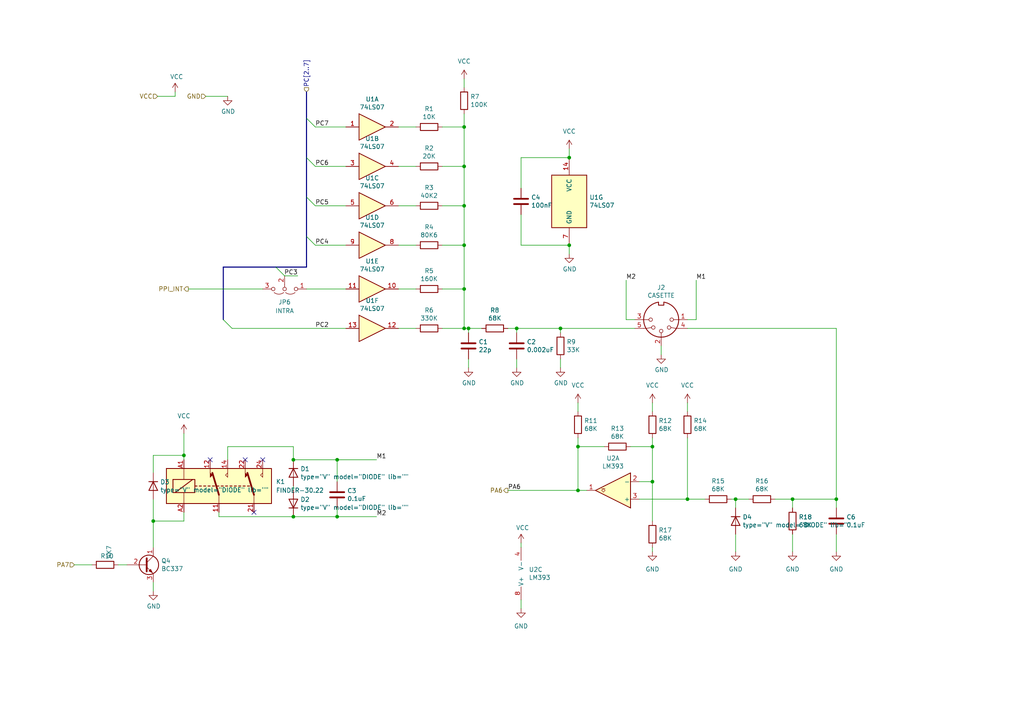
<source format=kicad_sch>
(kicad_sch (version 20211123) (generator eeschema)
  (paper "A4")
  (lib_symbols
    (symbol "74xx:74LS07" (pin_names (offset 1.016))
      (property "Reference" "U" (at 0 1.27 0))
      (property "Value" "74LS07" (at 0 -1.27 0))
      (symbol "74LS07_1_0"
        (polyline (pts (xy -3.81 3.81) (xy -3.81 -3.81) (xy 3.81 0) (xy -3.81 3.81)) (stroke (width 0.254)) (fill (type background)))
        (pin input line (at -7.62 0 0) (length 3.81) (name "~") (number "1"))
        (pin open_collector line (at 7.62 0 180) (length 3.81) (name "~") (number "2"))
      )
      (symbol "74LS07_2_0"
        (polyline (pts (xy -3.81 3.81) (xy -3.81 -3.81) (xy 3.81 0) (xy -3.81 3.81)) (stroke (width 0.254)) (fill (type background)))
        (pin input line (at -7.62 0 0) (length 3.81) (name "~") (number "3"))
        (pin open_collector line (at 7.62 0 180) (length 3.81) (name "~") (number "4"))
      )
      (symbol "74LS07_3_0"
        (polyline (pts (xy -3.81 3.81) (xy -3.81 -3.81) (xy 3.81 0) (xy -3.81 3.81)) (stroke (width 0.254)) (fill (type background)))
        (pin input line (at -7.62 0 0) (length 3.81) (name "~") (number "5"))
        (pin open_collector line (at 7.62 0 180) (length 3.81) (name "~") (number "6"))
      )
      (symbol "74LS07_4_0"
        (polyline (pts (xy -3.81 3.81) (xy -3.81 -3.81) (xy 3.81 0) (xy -3.81 3.81)) (stroke (width 0.254)) (fill (type background)))
        (pin open_collector line (at 7.62 0 180) (length 3.81) (name "~") (number "8"))
        (pin input line (at -7.62 0 0) (length 3.81) (name "~") (number "9"))
      )
      (symbol "74LS07_5_0"
        (polyline (pts (xy -3.81 3.81) (xy -3.81 -3.81) (xy 3.81 0) (xy -3.81 3.81)) (stroke (width 0.254)) (fill (type background)))
        (pin open_collector line (at 7.62 0 180) (length 3.81) (name "~") (number "10"))
        (pin input line (at -7.62 0 0) (length 3.81) (name "~") (number "11"))
      )
      (symbol "74LS07_6_0"
        (polyline (pts (xy -3.81 3.81) (xy -3.81 -3.81) (xy 3.81 0) (xy -3.81 3.81)) (stroke (width 0.254)) (fill (type background)))
        (pin open_collector line (at 7.62 0 180) (length 3.81) (name "~") (number "12"))
        (pin input line (at -7.62 0 0) (length 3.81) (name "~") (number "13"))
      )
      (symbol "74LS07_7_0"
        (pin power_in line (at 0 12.7 270) (length 5.08) (name "VCC") (number "14"))
        (pin power_in line (at 0 -12.7 90) (length 5.08) (name "GND") (number "7"))
      )
      (symbol "74LS07_7_1"
        (rectangle (start -5.08 7.62) (end 5.08 -7.62) (stroke (width 0.254)) (fill (type background)))
      )
    )
    (symbol "Comparator:LM393" (pin_names (offset 0.127))
      (property "Reference" "U" (at 3.81 3.81 0))
      (property "Value" "LM393" (at 6.35 -3.81 0))
      (symbol "LM393_1_1"
        (polyline (pts (xy -5.08 5.08) (xy 5.08 0) (xy -5.08 -5.08) (xy -5.08 5.08)) (stroke (width 0.254)) (fill (type background)))
        (polyline (pts (xy 3.302 -0.508) (xy 2.794 -0.508) (xy 3.302 0) (xy 2.794 0.508) (xy 2.286 0) (xy 2.794 -0.508) (xy 2.286 -0.508)) (stroke (width 0.127)))
        (pin open_collector line (at 7.62 0 180) (length 2.54) (name "~") (number "1"))
        (pin input line (at -7.62 -2.54 0) (length 2.54) (name "-") (number "2"))
        (pin input line (at -7.62 2.54 0) (length 2.54) (name "+") (number "3"))
      )
      (symbol "LM393_2_1"
        (polyline (pts (xy -5.08 5.08) (xy 5.08 0) (xy -5.08 -5.08) (xy -5.08 5.08)) (stroke (width 0.254)) (fill (type background)))
        (polyline (pts (xy 3.302 -0.508) (xy 2.794 -0.508) (xy 3.302 0) (xy 2.794 0.508) (xy 2.286 0) (xy 2.794 -0.508) (xy 2.286 -0.508)) (stroke (width 0.127)))
        (pin input line (at -7.62 2.54 0) (length 2.54) (name "+") (number "5"))
        (pin input line (at -7.62 -2.54 0) (length 2.54) (name "_") (number "6"))
        (pin open_collector line (at 7.62 0 180) (length 2.54) (name "~") (number "7"))
      )
      (symbol "LM393_3_1"
        (pin power_in line (at -2.54 -7.62 90) (length 3.81) (name "V-") (number "4"))
        (pin power_in line (at -2.54 7.62 270) (length 3.81) (name "V+") (number "8"))
      )
    )
    (symbol "Connector:DIN-5_180degree" (pin_names (offset 1.016))
      (property "Reference" "J" (at 3.175 5.715 0))
      (property "Value" "DIN-5_180degree" (at 0 -6.35 0))
      (symbol "DIN-5_180degree_0_1"
        (arc (start -5.08 0) (mid -3.8609 -3.3364) (end -0.762 -5.08) (stroke (width 0.254)))
        (circle (center -3.048 0) (radius 0.508))
        (circle (center -2.286 2.286) (radius 0.508))
        (polyline (pts (xy -5.08 0) (xy -3.556 0)))
        (polyline (pts (xy 0 5.08) (xy 0 3.81)))
        (polyline (pts (xy 5.08 0) (xy 3.556 0)))
        (polyline (pts (xy -5.08 2.54) (xy -4.318 2.54) (xy -2.794 2.286)))
        (polyline (pts (xy 5.08 2.54) (xy 4.318 2.54) (xy 2.794 2.286)))
        (polyline (pts (xy -0.762 -4.953) (xy -0.762 -4.191) (xy 0.762 -4.191) (xy 0.762 -4.953)) (stroke (width 0.254)))
        (circle (center 0 3.302) (radius 0.508))
        (arc (start 0.762 -5.08) (mid 3.8685 -3.343) (end 5.08 0) (stroke (width 0.254)))
        (circle (center 2.286 2.286) (radius 0.508))
        (circle (center 3.048 0) (radius 0.508))
        (arc (start 5.08 0) (mid 0 5.08) (end -5.08 0) (stroke (width 0.254)))
      )
      (symbol "DIN-5_180degree_1_1"
        (pin passive line (at -7.62 0 0) (length 2.54) (name "~") (number "1"))
        (pin passive line (at 0 7.62 270) (length 2.54) (name "~") (number "2"))
        (pin passive line (at 7.62 0 180) (length 2.54) (name "~") (number "3"))
        (pin passive line (at -7.62 2.54 0) (length 2.54) (name "~") (number "4"))
        (pin passive line (at 7.62 2.54 180) (length 2.54) (name "~") (number "5"))
      )
    )
    (symbol "Device:C" (pin_numbers hide) (pin_names (offset 0.254))
      (property "Reference" "C" (at 0.635 2.54 0))
      (property "Value" "C" (at 0.635 -2.54 0))
      (symbol "C_0_1"
        (polyline (pts (xy -2.032 -0.762) (xy 2.032 -0.762)) (stroke (width 0.508)))
        (polyline (pts (xy -2.032 0.762) (xy 2.032 0.762)) (stroke (width 0.508)))
      )
      (symbol "C_1_1"
        (pin passive line (at 0 3.81 270) (length 2.794) (name "~") (number "1"))
        (pin passive line (at 0 -3.81 90) (length 2.794) (name "~") (number "2"))
      )
    )
    (symbol "Device:R" (pin_numbers hide) (pin_names (offset 0))
      (property "Reference" "R" (at 2.032 0 90))
      (property "Value" "R" (at 0 0 90))
      (symbol "R_0_1"
        (rectangle (start -1.016 -2.54) (end 1.016 2.54) (stroke (width 0.254)))
      )
      (symbol "R_1_1"
        (pin passive line (at 0 3.81 270) (length 1.27) (name "~") (number "1"))
        (pin passive line (at 0 -3.81 90) (length 1.27) (name "~") (number "2"))
      )
    )
    (symbol "Jumper:Jumper_3_Open" (pin_names (offset 0) hide)
      (property "Reference" "JP" (at -2.54 -2.54 0))
      (property "Value" "Jumper_3_Open" (at 0 2.794 0))
      (symbol "Jumper_3_Open_0_0"
        (circle (center -3.302 0) (radius 0.508))
        (circle (center 0 0) (radius 0.508))
        (circle (center 3.302 0) (radius 0.508))
      )
      (symbol "Jumper_3_Open_0_1"
        (arc (start -0.254 1.016) (mid -1.651 1.4992) (end -3.048 1.016))
        (polyline (pts (xy 0 -0.508) (xy 0 -1.27)))
        (arc (start 3.048 1.016) (mid 1.651 1.4992) (end 0.254 1.016))
      )
      (symbol "Jumper_3_Open_1_1"
        (pin passive line (at -6.35 0 0) (length 2.54) (name "A") (number "1"))
        (pin passive line (at 0 -3.81 90) (length 2.54) (name "C") (number "2"))
        (pin passive line (at 6.35 0 180) (length 2.54) (name "B") (number "3"))
      )
    )
    (symbol "Relay:FINDER-30.22"
      (property "Reference" "K" (at 16.51 3.81 0))
      (property "Value" "FINDER-30.22" (at 16.51 1.27 0))
      (symbol "FINDER-30.22_0_0"
        (polyline (pts (xy -2.54 5.08) (xy -2.54 2.54) (xy -1.905 3.175) (xy -2.54 3.81)) (fill (type outline)))
        (polyline (pts (xy 2.54 5.08) (xy 2.54 2.54) (xy 1.905 3.175) (xy 2.54 3.81)))
        (polyline (pts (xy 7.62 5.08) (xy 7.62 2.54) (xy 8.255 3.175) (xy 7.62 3.81)) (fill (type outline)))
        (polyline (pts (xy 12.7 5.08) (xy 12.7 2.54) (xy 12.065 3.175) (xy 12.7 3.81)))
      )
      (symbol "FINDER-30.22_0_1"
        (rectangle (start -15.24 5.08) (end 15.24 -5.08) (stroke (width 0.254)) (fill (type background)))
        (rectangle (start -13.335 1.905) (end -6.985 -1.905) (stroke (width 0.254)))
        (polyline (pts (xy -12.7 -1.905) (xy -7.62 1.905)) (stroke (width 0.254)))
        (polyline (pts (xy -10.16 -5.08) (xy -10.16 -1.905)))
        (polyline (pts (xy -10.16 5.08) (xy -10.16 1.905)))
        (polyline (pts (xy -6.985 0) (xy -6.35 0)) (stroke (width 0.254)))
        (polyline (pts (xy -5.715 0) (xy -5.08 0)) (stroke (width 0.254)))
        (polyline (pts (xy -4.445 0) (xy -3.81 0)) (stroke (width 0.254)))
        (polyline (pts (xy -3.175 0) (xy -2.54 0)) (stroke (width 0.254)))
        (polyline (pts (xy -1.905 0) (xy -1.27 0)) (stroke (width 0.254)))
        (polyline (pts (xy -0.635 0) (xy 0 0)) (stroke (width 0.254)))
        (polyline (pts (xy 0 -2.54) (xy -1.905 3.81)) (stroke (width 0.508)))
        (polyline (pts (xy 0 -2.54) (xy 0 -5.08)))
        (polyline (pts (xy 0.635 0) (xy 1.27 0)) (stroke (width 0.254)))
        (polyline (pts (xy 1.905 0) (xy 2.54 0)) (stroke (width 0.254)))
        (polyline (pts (xy 3.175 0) (xy 3.81 0)) (stroke (width 0.254)))
        (polyline (pts (xy 4.445 0) (xy 5.08 0)) (stroke (width 0.254)))
        (polyline (pts (xy 5.715 0) (xy 6.35 0)) (stroke (width 0.254)))
        (polyline (pts (xy 6.985 0) (xy 7.62 0)) (stroke (width 0.254)))
        (polyline (pts (xy 8.255 0) (xy 8.89 0)) (stroke (width 0.254)))
        (polyline (pts (xy 10.16 -2.54) (xy 8.255 3.81)) (stroke (width 0.508)))
        (polyline (pts (xy 10.16 -2.54) (xy 10.16 -5.08)))
      )
      (symbol "FINDER-30.22_1_1"
        (pin passive line (at 0 -7.62 90) (length 2.54) (name "~") (number "11"))
        (pin passive line (at -2.54 7.62 270) (length 2.54) (name "~") (number "12"))
        (pin passive line (at 2.54 7.62 270) (length 2.54) (name "~") (number "14"))
        (pin passive line (at 10.16 -7.62 90) (length 2.54) (name "~") (number "21"))
        (pin passive line (at 7.62 7.62 270) (length 2.54) (name "~") (number "22"))
        (pin passive line (at 12.7 7.62 270) (length 2.54) (name "~") (number "24"))
        (pin passive line (at -10.16 7.62 270) (length 2.54) (name "~") (number "A1"))
        (pin passive line (at -10.16 -7.62 90) (length 2.54) (name "~") (number "A2"))
      )
    )
    (symbol "Simulation_SPICE:DIODE" (pin_numbers hide) (pin_names (offset 1.016) hide)
      (property "Reference" "D" (at 0 2.54 0))
      (property "Value" "DIODE" (at 0 -2.54 0))
      (symbol "DIODE_0_1"
        (polyline (pts (xy 1.27 0) (xy -1.27 0)))
        (polyline (pts (xy 1.27 1.27) (xy 1.27 -1.27)) (stroke (width 0.254)))
        (polyline (pts (xy -1.27 -1.27) (xy -1.27 1.27) (xy 1.27 0) (xy -1.27 -1.27)) (stroke (width 0.254)))
      )
      (symbol "DIODE_1_1"
        (pin passive line (at -3.81 0 0) (length 2.54) (name "A") (number "1"))
        (pin passive line (at 3.81 0 180) (length 2.54) (name "K") (number "2"))
      )
    )
    (symbol "Transistor_BJT:BC337" (pin_names (offset 0) hide)
      (property "Reference" "Q" (at 5.08 1.905 0))
      (property "Value" "BC337" (at 5.08 0 0))
      (symbol "BC337_0_1"
        (polyline (pts (xy 0 0) (xy 0.635 0)))
        (polyline (pts (xy 0.635 0.635) (xy 2.54 2.54)))
        (polyline (pts (xy 0.635 -0.635) (xy 2.54 -2.54) (xy 2.54 -2.54)))
        (polyline (pts (xy 0.635 1.905) (xy 0.635 -1.905) (xy 0.635 -1.905)) (stroke (width 0.508)))
        (polyline (pts (xy 1.27 -1.778) (xy 1.778 -1.27) (xy 2.286 -2.286) (xy 1.27 -1.778) (xy 1.27 -1.778)) (fill (type outline)))
        (circle (center 1.27 0) (radius 2.8194) (stroke (width 0.254)))
      )
      (symbol "BC337_1_1"
        (pin passive line (at 2.54 5.08 270) (length 2.54) (name "C") (number "1"))
        (pin input line (at -5.08 0 0) (length 5.08) (name "B") (number "2"))
        (pin passive line (at 2.54 -5.08 90) (length 2.54) (name "E") (number "3"))
      )
    )
    (symbol "power:GND" (power) (pin_names (offset 0))
      (property "Value" "GND" (at 0 -3.81 0))
      (symbol "GND_0_1"
        (polyline (pts (xy 0 0) (xy 0 -1.27) (xy 1.27 -1.27) (xy 0 -2.54) (xy -1.27 -1.27) (xy 0 -1.27)))
      )
      (symbol "GND_1_1"
        (pin power_in line (at 0 0 270) (length 0) hide (name "GND") (number "1"))
      )
    )
    (symbol "power:VCC" (power) (pin_names (offset 0))
      (property "Value" "VCC" (at 0 3.81 0))
      (symbol "VCC_0_1"
        (polyline (pts (xy -0.762 1.27) (xy 0 2.54)))
        (polyline (pts (xy 0 0) (xy 0 2.54)))
        (polyline (pts (xy 0 2.54) (xy 0.762 1.27)))
      )
      (symbol "VCC_1_1"
        (pin power_in line (at 0 0 90) (length 0) hide (name "VCC") (number "1"))
      )
    )
  )
  (junction (at 165.1 45.72))
  (junction (at 167.64 142.24))
  (junction (at 134.62 59.69))
  (junction (at 135.89 95.25))
  (junction (at 189.23 129.54))
  (junction (at 134.62 83.82))
  (junction (at 189.23 139.7))
  (junction (at 165.1 71.12))
  (junction (at 162.56 95.25))
  (junction (at 85.09 149.86))
  (junction (at 242.57 144.78))
  (junction (at 44.45 151.13))
  (junction (at 149.86 95.25))
  (junction (at 134.62 48.26))
  (junction (at 134.62 36.83))
  (junction (at 97.79 133.35))
  (junction (at 229.87 144.78))
  (junction (at 85.09 133.35))
  (junction (at 167.64 129.54))
  (junction (at 53.34 132.08))
  (junction (at 199.39 144.78))
  (junction (at 213.36 144.78))
  (junction (at 97.79 149.86))
  (junction (at 134.62 95.25))
  (junction (at 134.62 71.12))
  (no_connect (at 60.96 133.35))
  (no_connect (at 73.66 148.59))
  (no_connect (at 71.12 133.35))
  (no_connect (at 76.2 133.35))
  (bus_entry (at 88.9 68.58) (size 2.54 2.54))
  (bus_entry (at 64.77 92.71) (size 2.54 2.54))
  (bus_entry (at 91.44 36.83) (size -2.54 -2.54))
  (bus_entry (at 91.44 59.69) (size -2.54 -2.54))
  (bus_entry (at 91.44 48.26) (size -2.54 -2.54))
  (bus_entry (at 80.01 77.47) (size 2.54 2.54))
  (wire (pts (xy 151.13 45.72) (xy 165.1 45.72)))
  (wire (pts (xy 66.04 133.35) (xy 66.04 129.54)))
  (wire (pts (xy 63.5 149.86) (xy 85.09 149.86)))
  (wire (pts (xy 44.45 132.08) (xy 53.34 132.08)))
  (wire (pts (xy 213.36 154.94) (xy 213.36 160.02)))
  (wire (pts (xy 44.45 144.78) (xy 44.45 151.13)))
  (wire (pts (xy 149.86 96.52) (xy 149.86 95.25)))
  (wire (pts (xy 229.87 144.78) (xy 242.57 144.78)))
  (wire (pts (xy 165.1 45.72) (xy 165.1 43.18)))
  (wire (pts (xy 135.89 95.25) (xy 135.89 96.52)))
  (wire (pts (xy 162.56 95.25) (xy 184.15 95.25)))
  (wire (pts (xy 21.59 163.83) (xy 26.67 163.83)))
  (wire (pts (xy 120.65 36.83) (xy 115.57 36.83)))
  (wire (pts (xy 134.62 95.25) (xy 135.89 95.25)))
  (wire (pts (xy 185.42 139.7) (xy 189.23 139.7)))
  (wire (pts (xy 162.56 96.52) (xy 162.56 95.25)))
  (wire (pts (xy 213.36 147.32) (xy 213.36 144.78)))
  (bus (pts (xy 88.9 68.58) (xy 88.9 57.15)))
  (wire (pts (xy 185.42 144.78) (xy 199.39 144.78)))
  (wire (pts (xy 191.77 102.87) (xy 191.77 100.33)))
  (wire (pts (xy 54.61 83.82) (xy 76.2 83.82)))
  (wire (pts (xy 134.62 59.69) (xy 134.62 71.12)))
  (wire (pts (xy 134.62 48.26) (xy 134.62 59.69)))
  (bus (pts (xy 88.9 68.58) (xy 88.9 77.47)))
  (wire (pts (xy 85.09 140.97) (xy 85.09 142.24)))
  (bus (pts (xy 88.9 26.67) (xy 88.9 34.29)))
  (wire (pts (xy 151.13 54.61) (xy 151.13 45.72)))
  (wire (pts (xy 128.27 59.69) (xy 134.62 59.69)))
  (wire (pts (xy 151.13 71.12) (xy 165.1 71.12)))
  (wire (pts (xy 97.79 149.86) (xy 109.22 149.86)))
  (wire (pts (xy 229.87 147.32) (xy 229.87 144.78)))
  (wire (pts (xy 134.62 22.86) (xy 134.62 25.4)))
  (wire (pts (xy 66.04 129.54) (xy 85.09 129.54)))
  (wire (pts (xy 100.33 71.12) (xy 91.44 71.12)))
  (wire (pts (xy 162.56 106.68) (xy 162.56 104.14)))
  (wire (pts (xy 165.1 73.66) (xy 165.1 71.12)))
  (wire (pts (xy 100.33 36.83) (xy 91.44 36.83)))
  (wire (pts (xy 85.09 129.54) (xy 85.09 133.35)))
  (wire (pts (xy 128.27 36.83) (xy 134.62 36.83)))
  (wire (pts (xy 97.79 133.35) (xy 97.79 139.7)))
  (wire (pts (xy 149.86 95.25) (xy 162.56 95.25)))
  (wire (pts (xy 53.34 133.35) (xy 53.34 132.08)))
  (wire (pts (xy 189.23 160.02) (xy 189.23 158.75)))
  (bus (pts (xy 88.9 45.72) (xy 88.9 57.15)))
  (wire (pts (xy 242.57 144.78) (xy 242.57 147.32)))
  (wire (pts (xy 115.57 48.26) (xy 120.65 48.26)))
  (wire (pts (xy 151.13 176.53) (xy 151.13 173.99)))
  (wire (pts (xy 181.61 92.71) (xy 181.61 81.28)))
  (wire (pts (xy 135.89 106.68) (xy 135.89 104.14)))
  (wire (pts (xy 189.23 119.38) (xy 189.23 116.84)))
  (wire (pts (xy 199.39 95.25) (xy 242.57 95.25)))
  (wire (pts (xy 224.79 144.78) (xy 229.87 144.78)))
  (wire (pts (xy 199.39 127) (xy 199.39 144.78)))
  (wire (pts (xy 134.62 36.83) (xy 134.62 48.26)))
  (wire (pts (xy 128.27 48.26) (xy 134.62 48.26)))
  (wire (pts (xy 151.13 158.75) (xy 151.13 157.48)))
  (wire (pts (xy 34.29 163.83) (xy 36.83 163.83)))
  (wire (pts (xy 97.79 133.35) (xy 109.22 133.35)))
  (wire (pts (xy 44.45 158.75) (xy 44.45 151.13)))
  (bus (pts (xy 88.9 77.47) (xy 80.01 77.47)))
  (wire (pts (xy 170.18 142.24) (xy 167.64 142.24)))
  (wire (pts (xy 201.93 92.71) (xy 201.93 81.28)))
  (wire (pts (xy 147.32 95.25) (xy 149.86 95.25)))
  (wire (pts (xy 134.62 71.12) (xy 134.62 83.82)))
  (wire (pts (xy 63.5 148.59) (xy 63.5 149.86)))
  (wire (pts (xy 189.23 139.7) (xy 189.23 151.13)))
  (wire (pts (xy 53.34 132.08) (xy 53.34 125.73)))
  (bus (pts (xy 64.77 77.47) (xy 64.77 92.71)))
  (wire (pts (xy 242.57 154.94) (xy 242.57 160.02)))
  (wire (pts (xy 199.39 144.78) (xy 204.47 144.78)))
  (wire (pts (xy 167.64 127) (xy 167.64 129.54)))
  (wire (pts (xy 100.33 59.69) (xy 91.44 59.69)))
  (wire (pts (xy 97.79 149.86) (xy 97.79 147.32)))
  (wire (pts (xy 85.09 149.86) (xy 97.79 149.86)))
  (wire (pts (xy 100.33 48.26) (xy 91.44 48.26)))
  (wire (pts (xy 199.39 119.38) (xy 199.39 116.84)))
  (wire (pts (xy 189.23 129.54) (xy 189.23 139.7)))
  (wire (pts (xy 167.64 119.38) (xy 167.64 116.84)))
  (wire (pts (xy 128.27 71.12) (xy 134.62 71.12)))
  (wire (pts (xy 115.57 59.69) (xy 120.65 59.69)))
  (wire (pts (xy 184.15 92.71) (xy 181.61 92.71)))
  (wire (pts (xy 213.36 144.78) (xy 217.17 144.78)))
  (wire (pts (xy 115.57 95.25) (xy 120.65 95.25)))
  (wire (pts (xy 100.33 95.25) (xy 67.31 95.25)))
  (wire (pts (xy 229.87 154.94) (xy 229.87 160.02)))
  (wire (pts (xy 149.86 106.68) (xy 149.86 104.14)))
  (wire (pts (xy 115.57 71.12) (xy 120.65 71.12)))
  (wire (pts (xy 151.13 62.23) (xy 151.13 71.12)))
  (wire (pts (xy 167.64 142.24) (xy 147.32 142.24)))
  (wire (pts (xy 135.89 95.25) (xy 139.7 95.25)))
  (wire (pts (xy 44.45 171.45) (xy 44.45 168.91)))
  (wire (pts (xy 182.88 129.54) (xy 189.23 129.54)))
  (wire (pts (xy 100.33 83.82) (xy 88.9 83.82)))
  (wire (pts (xy 134.62 95.25) (xy 128.27 95.25)))
  (wire (pts (xy 134.62 33.02) (xy 134.62 36.83)))
  (wire (pts (xy 175.26 129.54) (xy 167.64 129.54)))
  (wire (pts (xy 242.57 95.25) (xy 242.57 144.78)))
  (wire (pts (xy 59.69 27.94) (xy 66.04 27.94)))
  (wire (pts (xy 50.8 27.94) (xy 45.72 27.94)))
  (wire (pts (xy 50.8 26.67) (xy 50.8 27.94)))
  (bus (pts (xy 80.01 77.47) (xy 64.77 77.47)))
  (wire (pts (xy 115.57 83.82) (xy 120.65 83.82)))
  (wire (pts (xy 189.23 129.54) (xy 189.23 127)))
  (wire (pts (xy 85.09 133.35) (xy 97.79 133.35)))
  (wire (pts (xy 86.36 80.01) (xy 82.55 80.01)))
  (wire (pts (xy 134.62 83.82) (xy 134.62 95.25)))
  (wire (pts (xy 212.09 144.78) (xy 213.36 144.78)))
  (wire (pts (xy 53.34 151.13) (xy 53.34 148.59)))
  (wire (pts (xy 128.27 83.82) (xy 134.62 83.82)))
  (wire (pts (xy 167.64 129.54) (xy 167.64 142.24)))
  (wire (pts (xy 44.45 137.16) (xy 44.45 132.08)))
  (bus (pts (xy 88.9 34.29) (xy 88.9 45.72)))
  (wire (pts (xy 199.39 92.71) (xy 201.93 92.71)))
  (wire (pts (xy 44.45 151.13) (xy 53.34 151.13)))
  (label "PC7" (at 91.44 36.83 0))
  (label "PC6" (at 91.44 48.26 0))
  (label "PC2" (at 91.44 95.25 0))
  (label "PA6" (at 147.32 142.24 0))
  (label "M1" (at 109.22 133.35 0))
  (label "PC5" (at 91.44 59.69 0))
  (label "M1" (at 201.93 81.28 0))
  (label "PC3" (at 86.36 80.01 180))
  (label "M2" (at 181.61 81.28 0))
  (label "PC4" (at 91.44 71.12 0))
  (label "M2" (at 109.22 149.86 0))
  (hierarchical_label "GND" (shape input) (at 59.69 27.94 180))
  (hierarchical_label "PA6" (shape output) (at 147.32 142.24 180))
  (hierarchical_label "VCC" (shape input) (at 45.72 27.94 180))
  (hierarchical_label "PC[2..7]" (shape input) (at 88.9 26.67 90))
  (hierarchical_label "PA7" (shape input) (at 21.59 163.83 180))
  (hierarchical_label "PPI_INT" (shape output) (at 54.61 83.82 180))
  (symbol (lib_id "74xx:74LS07") (at 107.95 36.83 0) (unit 1)
    (property "Reference" "U1" (at 107.95 28.7782 0))
    (property "Value" "74LS07" (at 107.95 31.0896 0))
    (property "Footprint" "Package_DIP:DIP-14_W7.62mm_LongPads" (effects hide))
    (property "Datasheet" "www.ti.com/lit/ds/symlink/sn74ls07.pdf" (effects hide))
  )
  (symbol (lib_id "74xx:74LS07") (at 107.95 48.26 0) (unit 2)
    (property "Reference" "U1" (at 107.95 40.2082 0))
    (property "Value" "74LS07" (at 107.95 42.5196 0))
    (property "Footprint" "Package_DIP:DIP-14_W7.62mm_LongPads" (effects hide))
    (property "Datasheet" "www.ti.com/lit/ds/symlink/sn74ls07.pdf" (effects hide))
  )
  (symbol (lib_id "74xx:74LS07") (at 107.95 59.69 0) (unit 3)
    (property "Reference" "U1" (at 107.95 51.6382 0))
    (property "Value" "74LS07" (at 107.95 53.9496 0))
    (property "Footprint" "Package_DIP:DIP-14_W7.62mm_LongPads" (effects hide))
    (property "Datasheet" "www.ti.com/lit/ds/symlink/sn74ls07.pdf" (effects hide))
  )
  (symbol (lib_id "74xx:74LS07") (at 107.95 71.12 0) (unit 4)
    (property "Reference" "U1" (at 107.95 63.0682 0))
    (property "Value" "74LS07" (at 107.95 65.3796 0))
    (property "Footprint" "Package_DIP:DIP-14_W7.62mm_LongPads" (effects hide))
    (property "Datasheet" "www.ti.com/lit/ds/symlink/sn74ls07.pdf" (effects hide))
  )
  (symbol (lib_id "74xx:74LS07") (at 107.95 83.82 0) (unit 5)
    (property "Reference" "U1" (at 107.95 75.7682 0))
    (property "Value" "74LS07" (at 107.95 78.0796 0))
    (property "Footprint" "Package_DIP:DIP-14_W7.62mm_LongPads" (effects hide))
    (property "Datasheet" "www.ti.com/lit/ds/symlink/sn74ls07.pdf" (effects hide))
  )
  (symbol (lib_id "74xx:74LS07") (at 107.95 95.25 0) (unit 6)
    (property "Reference" "U1" (at 107.95 87.1982 0))
    (property "Value" "74LS07" (at 107.95 89.5096 0))
    (property "Footprint" "Package_DIP:DIP-14_W7.62mm_LongPads" (effects hide))
    (property "Datasheet" "www.ti.com/lit/ds/symlink/sn74ls07.pdf" (effects hide))
  )
  (symbol (lib_id "Device:R") (at 134.62 29.21 0) (unit 1)
    (property "Reference" "R7" (at 136.398 28.0416 0) (effects (justify left)))
    (property "Value" "100K" (at 136.398 30.353 0) (effects (justify left)))
    (property "Footprint" "Resistor_THT:R_Axial_DIN0207_L6.3mm_D2.5mm_P7.62mm_Horizontal" (effects hide))
  )
  (symbol (lib_id "Device:R") (at 124.46 36.83 270) (unit 1)
    (property "Reference" "R1" (at 124.46 31.5722 90))
    (property "Value" "10K" (at 124.46 33.8836 90))
    (property "Footprint" "Resistor_THT:R_Axial_DIN0207_L6.3mm_D2.5mm_P7.62mm_Horizontal" (effects hide))
  )
  (symbol (lib_id "Device:R") (at 124.46 48.26 270) (unit 1)
    (property "Reference" "R2" (at 124.46 43.0022 90))
    (property "Value" "20K" (at 124.46 45.3136 90))
    (property "Footprint" "Resistor_THT:R_Axial_DIN0207_L6.3mm_D2.5mm_P7.62mm_Horizontal" (effects hide))
  )
  (symbol (lib_id "Device:R") (at 124.46 59.69 270) (unit 1)
    (property "Reference" "R3" (at 124.46 54.4322 90))
    (property "Value" "40K2" (at 124.46 56.7436 90))
    (property "Footprint" "Resistor_THT:R_Axial_DIN0207_L6.3mm_D2.5mm_P7.62mm_Horizontal" (effects hide))
  )
  (symbol (lib_id "Device:R") (at 124.46 71.12 270) (unit 1)
    (property "Reference" "R4" (at 124.46 65.8622 90))
    (property "Value" "80K6" (at 124.46 68.1736 90))
    (property "Footprint" "Resistor_THT:R_Axial_DIN0207_L6.3mm_D2.5mm_P7.62mm_Horizontal" (effects hide))
  )
  (symbol (lib_id "Device:R") (at 124.46 83.82 270) (unit 1)
    (property "Reference" "R5" (at 124.46 78.5622 90))
    (property "Value" "160K" (at 124.46 80.8736 90))
    (property "Footprint" "Resistor_THT:R_Axial_DIN0207_L6.3mm_D2.5mm_P7.62mm_Horizontal" (effects hide))
  )
  (symbol (lib_id "Device:R") (at 124.46 95.25 270) (unit 1)
    (property "Reference" "R6" (at 124.46 89.9922 90))
    (property "Value" "330K" (at 124.46 92.3036 90))
    (property "Footprint" "Resistor_THT:R_Axial_DIN0207_L6.3mm_D2.5mm_P7.62mm_Horizontal" (effects hide))
  )
  (symbol (lib_id "Device:R") (at 143.51 95.25 270) (unit 1)
    (property "Reference" "R8" (at 143.51 89.9922 90))
    (property "Value" "68K" (at 143.51 92.3036 90))
    (property "Footprint" "Resistor_THT:R_Axial_DIN0207_L6.3mm_D2.5mm_P7.62mm_Horizontal" (effects hide))
  )
  (symbol (lib_id "Device:R") (at 162.56 100.33 180) (unit 1)
    (property "Reference" "R9" (at 164.338 99.1616 0) (effects (justify right)))
    (property "Value" "33K" (at 164.338 101.473 0) (effects (justify right)))
    (property "Footprint" "Resistor_THT:R_Axial_DIN0207_L6.3mm_D2.5mm_P7.62mm_Horizontal" (effects hide))
  )
  (symbol (lib_id "Device:C") (at 135.89 100.33 0) (unit 1)
    (property "Reference" "C1" (at 138.811 99.1616 0) (effects (justify left)))
    (property "Value" "22p" (at 138.811 101.473 0) (effects (justify left)))
    (property "Footprint" "Capacitor_THT:C_Disc_D3.0mm_W1.6mm_P2.50mm" (effects hide))
  )
  (symbol (lib_id "Device:C") (at 149.86 100.33 0) (unit 1)
    (property "Reference" "C2" (at 152.781 99.1616 0) (effects (justify left)))
    (property "Value" "0.002uF" (at 152.781 101.473 0) (effects (justify left)))
    (property "Footprint" "Capacitor_THT:C_Disc_D3.0mm_W1.6mm_P2.50mm" (effects hide))
  )
  (symbol (lib_id "power:GND") (at 135.89 106.68 0) (unit 1)
    (property "Reference" "#PWR0104" (effects hide))
    (property "Value" "GND" (at 136.017 111.0742 0))
  )
  (symbol (lib_id "power:GND") (at 149.86 106.68 0) (unit 1)
    (property "Reference" "#PWR0105" (effects hide))
    (property "Value" "GND" (at 149.987 111.0742 0))
  )
  (symbol (lib_id "power:GND") (at 162.56 106.68 0) (unit 1)
    (property "Reference" "#PWR0106" (effects hide))
    (property "Value" "GND" (at 162.687 111.0742 0))
  )
  (symbol (lib_id "Connector:DIN-5_180degree") (at 191.77 92.71 180) (unit 1)
    (property "Reference" "J2" (at 191.77 83.3882 0))
    (property "Value" "CASETTE" (at 191.77 85.6996 0))
    (property "Footprint" "Connector_DIN:DIN-5-180.kicad_mod" (effects hide))
    (property "Datasheet" "http://www.mouser.com/ds/2/18/40_c091_abd_e-75918.pdf" (effects hide))
  )
  (symbol (lib_id "power:GND") (at 191.77 102.87 0) (unit 1)
    (property "Reference" "#PWR0107" (effects hide))
    (property "Value" "GND" (at 191.897 107.2642 0))
  )
  (symbol (lib_id "Device:C") (at 97.79 143.51 180) (unit 1)
    (property "Reference" "C3" (at 100.711 142.3416 0) (effects (justify right)))
    (property "Value" "0.1uF" (at 100.711 144.653 0) (effects (justify right)))
    (property "Footprint" "Capacitor_THT:C_Disc_D3.0mm_W1.6mm_P2.50mm" (effects hide))
  )
  (symbol (lib_id "Simulation_SPICE:DIODE") (at 85.09 146.05 270) (unit 1)
    (property "Reference" "D2" (at 87.122 144.8816 90) (effects (justify left)))
    (property "Value" "DIODE" (at 87.122 147.193 90) (effects (justify left)))
    (property "Footprint" "Diode_THT:D_DO-35_SOD27_P7.62mm_Horizontal" (effects hide))
    (property "Spice_Netlist_Enabled" "Y" (effects hide))
    (property "Spice_Primitive" "V" (effects hide))
  )
  (symbol (lib_id "Simulation_SPICE:DIODE") (at 85.09 137.16 90) (unit 1)
    (property "Reference" "D1" (at 87.122 135.9916 90) (effects (justify right)))
    (property "Value" "DIODE" (at 87.122 138.303 90) (effects (justify right)))
    (property "Footprint" "Diode_THT:D_DO-35_SOD27_P7.62mm_Horizontal" (effects hide))
    (property "Spice_Netlist_Enabled" "Y" (effects hide))
    (property "Spice_Primitive" "V" (effects hide))
  )
  (symbol (lib_id "Device:R") (at 30.48 163.83 270) (unit 1)
    (property "Reference" "R10" (at 33.02 161.29 90) (effects (justify right)))
    (property "Value" "4K7" (at 31.623 162.052 0) (effects (justify right)))
    (property "Footprint" "Resistor_THT:R_Axial_DIN0207_L6.3mm_D2.5mm_P7.62mm_Horizontal" (effects hide))
  )
  (symbol (lib_id "Simulation_SPICE:DIODE") (at 44.45 140.97 90) (unit 1)
    (property "Reference" "D3" (at 46.482 139.8016 90) (effects (justify right)))
    (property "Value" "DIODE" (at 46.482 142.113 90) (effects (justify right)))
    (property "Footprint" "Diode_THT:D_DO-35_SOD27_P7.62mm_Horizontal" (effects hide))
    (property "Spice_Netlist_Enabled" "Y" (effects hide))
    (property "Spice_Primitive" "V" (effects hide))
  )
  (symbol (lib_id "power:GND") (at 44.45 171.45 0) (unit 1)
    (property "Reference" "#PWR0108" (effects hide))
    (property "Value" "GND" (at 44.577 175.8442 0))
  )
  (symbol (lib_id "Comparator:LM393") (at 177.8 142.24 180) (unit 1)
    (property "Reference" "U2" (at 177.8 132.9182 0))
    (property "Value" "LM393" (at 177.8 135.2296 0))
    (property "Footprint" "Package_DIP:DIP-8_W7.62mm_Socket_LongPads" (effects hide))
    (property "Datasheet" "http://www.ti.com/lit/ds/symlink/lm393-n.pdf" (effects hide))
  )
  (symbol (lib_id "74xx:74LS07") (at 165.1 58.42 0) (unit 7)
    (property "Reference" "U1" (at 170.942 57.2516 0) (effects (justify left)))
    (property "Value" "74LS07" (at 170.942 59.563 0) (effects (justify left)))
    (property "Footprint" "Package_DIP:DIP-14_W7.62mm_LongPads" (effects hide))
    (property "Datasheet" "www.ti.com/lit/ds/symlink/sn74ls07.pdf" (effects hide))
  )
  (symbol (lib_id "power:GND") (at 165.1 73.66 0) (unit 1)
    (property "Reference" "#PWR0110" (effects hide))
    (property "Value" "GND" (at 165.227 78.0542 0))
  )
  (symbol (lib_id "Device:C") (at 151.13 58.42 0) (unit 1)
    (property "Reference" "C4" (at 154.051 57.2516 0) (effects (justify left)))
    (property "Value" "100nF" (at 154.051 59.563 0) (effects (justify left)))
    (property "Footprint" "Capacitor_THT:C_Disc_D7.0mm_W2.5mm_P5.00mm" (effects hide))
  )
  (symbol (lib_id "Device:R") (at 179.07 129.54 270) (unit 1)
    (property "Reference" "R13" (at 179.07 124.2822 90))
    (property "Value" "68K" (at 179.07 126.5936 90))
    (property "Footprint" "Resistor_THT:R_Axial_DIN0207_L6.3mm_D2.5mm_P7.62mm_Horizontal" (effects hide))
  )
  (symbol (lib_id "Device:R") (at 167.64 123.19 180) (unit 1)
    (property "Reference" "R11" (at 169.418 122.0216 0) (effects (justify right)))
    (property "Value" "68K" (at 169.418 124.333 0) (effects (justify right)))
    (property "Footprint" "Resistor_THT:R_Axial_DIN0207_L6.3mm_D2.5mm_P7.62mm_Horizontal" (effects hide))
  )
  (symbol (lib_id "Device:R") (at 189.23 123.19 180) (unit 1)
    (property "Reference" "R12" (at 191.008 122.0216 0) (effects (justify right)))
    (property "Value" "68K" (at 191.008 124.333 0) (effects (justify right)))
    (property "Footprint" "Resistor_THT:R_Axial_DIN0207_L6.3mm_D2.5mm_P7.62mm_Horizontal" (effects hide))
  )
  (symbol (lib_id "Device:R") (at 199.39 123.19 180) (unit 1)
    (property "Reference" "R14" (at 201.168 122.0216 0) (effects (justify right)))
    (property "Value" "68K" (at 201.168 124.333 0) (effects (justify right)))
    (property "Footprint" "Resistor_THT:R_Axial_DIN0207_L6.3mm_D2.5mm_P7.62mm_Horizontal" (effects hide))
  )
  (symbol (lib_id "Device:R") (at 208.28 144.78 90) (unit 1)
    (property "Reference" "R15" (at 208.28 139.5222 90))
    (property "Value" "68K" (at 208.28 141.8336 90))
    (property "Footprint" "Resistor_THT:R_Axial_DIN0207_L6.3mm_D2.5mm_P7.62mm_Horizontal" (effects hide))
  )
  (symbol (lib_id "Device:R") (at 220.98 144.78 90) (unit 1)
    (property "Reference" "R16" (at 220.98 139.5222 90))
    (property "Value" "68K" (at 220.98 141.8336 90))
    (property "Footprint" "Resistor_THT:R_Axial_DIN0207_L6.3mm_D2.5mm_P7.62mm_Horizontal" (effects hide))
  )
  (symbol (lib_id "Device:R") (at 189.23 154.94 180) (unit 1)
    (property "Reference" "R17" (at 191.008 153.7716 0) (effects (justify right)))
    (property "Value" "68K" (at 191.008 156.083 0) (effects (justify right)))
    (property "Footprint" "Resistor_THT:R_Axial_DIN0207_L6.3mm_D2.5mm_P7.62mm_Horizontal" (effects hide))
  )
  (symbol (lib_id "Simulation_SPICE:DIODE") (at 213.36 151.13 90) (unit 1)
    (property "Reference" "D4" (at 215.392 149.9616 90) (effects (justify right)))
    (property "Value" "DIODE" (at 215.392 152.273 90) (effects (justify right)))
    (property "Footprint" "Diode_THT:D_DO-35_SOD27_P7.62mm_Horizontal" (effects hide))
    (property "Spice_Netlist_Enabled" "Y" (effects hide))
    (property "Spice_Primitive" "V" (effects hide))
  )
  (symbol (lib_id "Device:R") (at 229.87 151.13 180) (unit 1)
    (property "Reference" "R18" (at 231.648 149.9616 0) (effects (justify right)))
    (property "Value" "68K" (at 231.648 152.273 0) (effects (justify right)))
    (property "Footprint" "Resistor_THT:R_Axial_DIN0207_L6.3mm_D2.5mm_P7.62mm_Horizontal" (effects hide))
  )
  (symbol (lib_id "Device:C") (at 242.57 151.13 180) (unit 1)
    (property "Reference" "C6" (at 245.491 149.9616 0) (effects (justify right)))
    (property "Value" "0.1uF" (at 245.491 152.273 0) (effects (justify right)))
    (property "Footprint" "Capacitor_THT:C_Disc_D3.0mm_W1.6mm_P2.50mm" (effects hide))
  )
  (symbol (lib_id "Comparator:LM393") (at 148.59 166.37 180) (unit 3)
    (property "Reference" "U2" (at 153.3652 165.2016 0) (effects (justify right)))
    (property "Value" "LM393" (at 153.3652 167.513 0) (effects (justify right)))
    (property "Footprint" "Package_DIP:DIP-8_W7.62mm_Socket_LongPads" (effects hide))
    (property "Datasheet" "http://www.ti.com/lit/ds/symlink/lm393-n.pdf" (effects hide))
  )
  (symbol (lib_id "power:GND") (at 229.87 160.02 0) (unit 1)
    (property "Reference" "#PWR098" (effects hide))
    (property "Value" "GND" (at 229.87 165.1 0))
  )
  (symbol (lib_id "power:GND") (at 189.23 160.02 0) (unit 1)
    (property "Reference" "#PWR094" (effects hide))
    (property "Value" "GND" (at 189.23 165.1 0))
  )
  (symbol (lib_id "power:VCC") (at 167.64 116.84 0) (unit 1)
    (property "Reference" "#PWR092" (effects hide))
    (property "Value" "VCC" (at 167.64 111.76 0))
  )
  (symbol (lib_id "power:VCC") (at 53.34 125.73 0) (unit 1)
    (property "Reference" "#PWR082" (effects hide))
    (property "Value" "VCC" (at 53.34 120.65 0))
  )
  (symbol (lib_id "power:VCC") (at 134.62 22.86 0) (unit 1)
    (property "Reference" "#PWR084" (effects hide))
    (property "Value" "VCC" (at 134.62 17.78 0))
  )
  (symbol (lib_id "power:GND") (at 242.57 160.02 0) (unit 1)
    (property "Reference" "#PWR099" (effects hide))
    (property "Value" "GND" (at 242.57 165.1 0))
  )
  (symbol (lib_id "power:GND") (at 213.36 160.02 0) (unit 1)
    (property "Reference" "#PWR097" (effects hide))
    (property "Value" "GND" (at 213.36 165.1 0))
  )
  (symbol (lib_id "power:GND") (at 66.04 27.94 0) (unit 1)
    (property "Reference" "#PWR083" (effects hide))
    (property "Value" "GND" (at 66.167 32.3342 0))
  )
  (symbol (lib_id "power:VCC") (at 189.23 116.84 0) (unit 1)
    (property "Reference" "#PWR093" (effects hide))
    (property "Value" "VCC" (at 189.23 111.76 0))
  )
  (symbol (lib_id "Transistor_BJT:BC337") (at 41.91 163.83 0) (unit 1)
    (property "Reference" "Q4" (at 46.7614 162.6616 0) (effects (justify left)))
    (property "Value" "BC337" (at 46.7614 164.973 0) (effects (justify left)))
    (property "Footprint" "Package_TO_SOT_THT:TO-92_Inline" (effects hide))
    (property "Datasheet" "https://diotec.com/tl_files/diotec/files/pdf/datasheets/bc337.pdf" (effects hide))
  )
  (symbol (lib_id "Relay:FINDER-30.22") (at 63.5 140.97 0) (unit 1)
    (property "Reference" "K1" (at 80.01 139.6999 0) (effects (justify left)))
    (property "Value" "FINDER-30.22" (at 80.01 142.2399 0) (effects (justify left)))
    (property "Footprint" "Relay_THT:Relay_DPDT_Finder_30.22" (effects hide))
    (property "Datasheet" "http://gfinder.findernet.com/assets/Series/354/S30EN.pdf" (effects hide))
  )
  (symbol (lib_id "power:VCC") (at 50.8 26.67 0) (unit 1)
    (property "Reference" "#PWR081" (effects hide))
    (property "Value" "VCC" (at 51.2318 22.2758 0))
  )
  (symbol (lib_id "power:VCC") (at 199.39 116.84 0) (unit 1)
    (property "Reference" "#PWR096" (effects hide))
    (property "Value" "VCC" (at 199.39 111.76 0))
  )
  (symbol (lib_id "power:VCC") (at 165.1 43.18 0) (unit 1)
    (property "Reference" "#PWR090" (effects hide))
    (property "Value" "VCC" (at 165.1 38.1 0))
  )
  (symbol (lib_id "Jumper:Jumper_3_Open") (at 82.55 83.82 180) (unit 1)
    (property "Reference" "JP6" (at 82.55 87.63 0))
    (property "Value" "INTRA" (at 82.55 90.17 0))
    (property "Footprint" "Connector_PinHeader_2.54mm:PinHeader_1x03_P2.54mm_Vertical" (effects hide))
  )
  (symbol (lib_id "power:GND") (at 151.13 176.53 0) (unit 1)
    (property "Reference" "#PWR088" (effects hide))
    (property "Value" "GND" (at 151.13 181.61 0))
  )
  (symbol (lib_id "power:VCC") (at 151.13 157.48 0) (unit 1)
    (property "Reference" "#PWR0106" (effects hide))
    (property "Value" "VCC" (at 151.5618 153.0858 0))
  )
)
</source>
